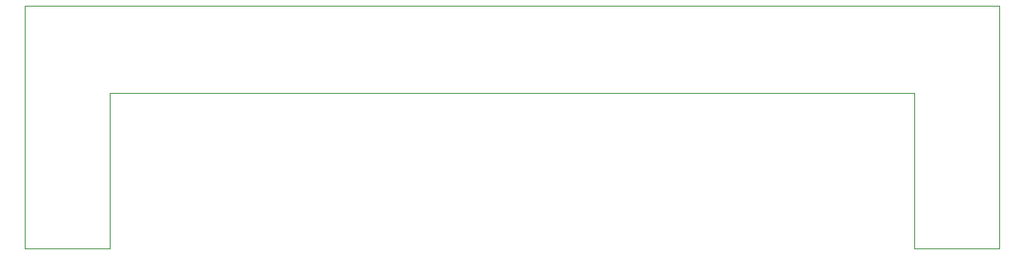
<source format=gbr>
G04 #@! TF.GenerationSoftware,KiCad,Pcbnew,(5.1.2)-2*
G04 #@! TF.CreationDate,2022-01-19T20:52:11-03:00*
G04 #@! TF.ProjectId,MAG_Plus,4d41475f-506c-4757-932e-6b696361645f,rev?*
G04 #@! TF.SameCoordinates,Original*
G04 #@! TF.FileFunction,Profile,NP*
%FSLAX46Y46*%
G04 Gerber Fmt 4.6, Leading zero omitted, Abs format (unit mm)*
G04 Created by KiCad (PCBNEW (5.1.2)-2) date 2022-01-19 20:52:11*
%MOMM*%
%LPD*%
G04 APERTURE LIST*
%ADD10C,0.050000*%
G04 APERTURE END LIST*
D10*
X238300000Y-176150000D02*
X155700000Y-176150000D01*
X238300000Y-192150000D02*
X238300000Y-176150000D01*
X155700000Y-192150000D02*
X155700000Y-176150000D01*
X247000000Y-192150000D02*
X238300000Y-192150000D01*
X247000000Y-167150000D02*
X247000000Y-192150000D01*
X147000000Y-192150000D02*
X155700000Y-192150000D01*
X147000000Y-167150000D02*
X147000000Y-192150000D01*
X147000000Y-167150000D02*
X247000000Y-167150000D01*
M02*

</source>
